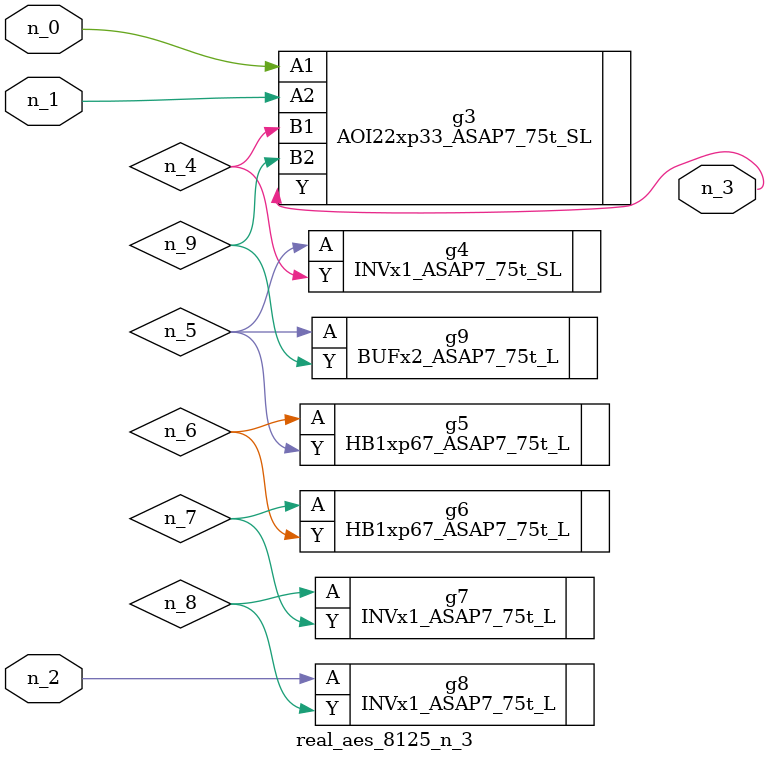
<source format=v>
module real_aes_8125_n_3 (n_0, n_2, n_1, n_3);
input n_0;
input n_2;
input n_1;
output n_3;
wire n_4;
wire n_5;
wire n_7;
wire n_9;
wire n_6;
wire n_8;
AOI22xp33_ASAP7_75t_SL g3 ( .A1(n_0), .A2(n_1), .B1(n_4), .B2(n_9), .Y(n_3) );
INVx1_ASAP7_75t_L g8 ( .A(n_2), .Y(n_8) );
INVx1_ASAP7_75t_SL g4 ( .A(n_5), .Y(n_4) );
BUFx2_ASAP7_75t_L g9 ( .A(n_5), .Y(n_9) );
HB1xp67_ASAP7_75t_L g5 ( .A(n_6), .Y(n_5) );
HB1xp67_ASAP7_75t_L g6 ( .A(n_7), .Y(n_6) );
INVx1_ASAP7_75t_L g7 ( .A(n_8), .Y(n_7) );
endmodule
</source>
